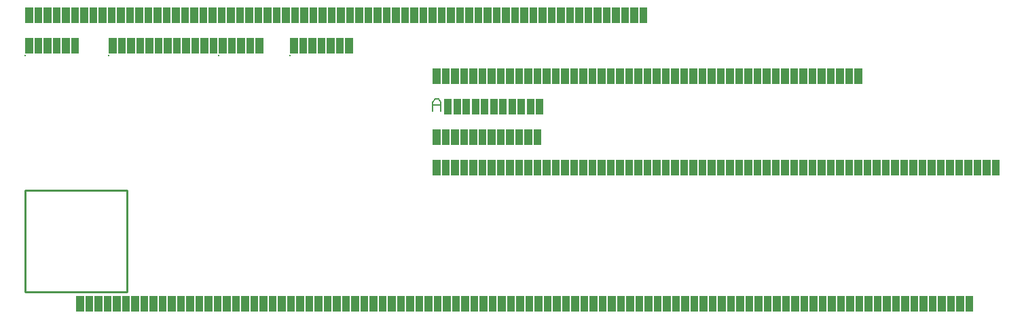
<source format=gbr>
G04 start of page 5 for group -1 layer_idx 268435461 *
G04 Title: text on both sides, <virtual group> *
G04 Creator: <version>
G04 CreationDate: <date>
G04 For: TEST *
G04 Format: Gerber/RS-274X *
G04 PCB-Dimensions: 50000 50000 *
G04 PCB-Coordinate-Origin: lower left *
%MOIN*%
%FSLAX25Y25*%
%LNLOGICAL_VIRTUAL_FAB_NONE*%
%ADD17C,0.0060*%
%ADD16C,0.0100*%
%ADD15C,0.0080*%
%ADD14C,0.0001*%
G54D14*G36*
X0Y125000D02*X3750D01*
Y117500D01*
X0D01*
Y125000D01*
G37*
G36*
X4500D02*X8250D01*
Y117500D01*
X4500D01*
Y125000D01*
G37*
G36*
X9000D02*X12750D01*
Y117500D01*
X9000D01*
Y125000D01*
G37*
G36*
X13500D02*X17250D01*
Y117500D01*
X13500D01*
Y125000D01*
G37*
G36*
X18000D02*X21750D01*
Y117500D01*
X18000D01*
Y125000D01*
G37*
G36*
X22500D02*X26250D01*
Y117500D01*
X22500D01*
Y125000D01*
G37*
G54D15*X0Y116500D03*
G54D14*G36*
X41000Y125000D02*X44750D01*
Y117500D01*
X41000D01*
Y125000D01*
G37*
G36*
X45500D02*X49250D01*
Y117500D01*
X45500D01*
Y125000D01*
G37*
G36*
X50000D02*X53750D01*
Y117500D01*
X50000D01*
Y125000D01*
G37*
G36*
X54500D02*X58250D01*
Y117500D01*
X54500D01*
Y125000D01*
G37*
G36*
X59000D02*X62750D01*
Y117500D01*
X59000D01*
Y125000D01*
G37*
G36*
X63500D02*X67250D01*
Y117500D01*
X63500D01*
Y125000D01*
G37*
G36*
X68000D02*X71750D01*
Y117500D01*
X68000D01*
Y125000D01*
G37*
G36*
X72500D02*X76250D01*
Y117500D01*
X72500D01*
Y125000D01*
G37*
G36*
X77000D02*X80750D01*
Y117500D01*
X77000D01*
Y125000D01*
G37*
G36*
X81500D02*X85250D01*
Y117500D01*
X81500D01*
Y125000D01*
G37*
G36*
X86000D02*X89750D01*
Y117500D01*
X86000D01*
Y125000D01*
G37*
G36*
X90500D02*X94250D01*
Y117500D01*
X90500D01*
Y125000D01*
G37*
G54D15*X41000Y116500D03*
G54D14*G36*
X95000Y125000D02*X98750D01*
Y117500D01*
X95000D01*
Y125000D01*
G37*
G36*
X99500D02*X103250D01*
Y117500D01*
X99500D01*
Y125000D01*
G37*
G36*
X104000D02*X107750D01*
Y117500D01*
X104000D01*
Y125000D01*
G37*
G36*
X108500D02*X112250D01*
Y117500D01*
X108500D01*
Y125000D01*
G37*
G36*
X113000D02*X116750D01*
Y117500D01*
X113000D01*
Y125000D01*
G37*
G54D15*X95000Y116500D03*
G54D14*G36*
X130000Y125000D02*X133750D01*
Y117500D01*
X130000D01*
Y125000D01*
G37*
G36*
X134500D02*X138250D01*
Y117500D01*
X134500D01*
Y125000D01*
G37*
G36*
X139000D02*X142750D01*
Y117500D01*
X139000D01*
Y125000D01*
G37*
G36*
X143500D02*X147250D01*
Y117500D01*
X143500D01*
Y125000D01*
G37*
G36*
X148000D02*X151750D01*
Y117500D01*
X148000D01*
Y125000D01*
G37*
G36*
X152500D02*X156250D01*
Y117500D01*
X152500D01*
Y125000D01*
G37*
G36*
X157000D02*X160750D01*
Y117500D01*
X157000D01*
Y125000D01*
G37*
G54D15*X130000Y116500D03*
G54D14*G36*
X0Y140000D02*X3750D01*
Y132500D01*
X0D01*
Y140000D01*
G37*
G36*
X4500D02*X8250D01*
Y132500D01*
X4500D01*
Y140000D01*
G37*
G36*
X9000D02*X12750D01*
Y132500D01*
X9000D01*
Y140000D01*
G37*
G36*
X13500D02*X17250D01*
Y132500D01*
X13500D01*
Y140000D01*
G37*
G36*
X18000D02*X21750D01*
Y132500D01*
X18000D01*
Y140000D01*
G37*
G36*
X22500D02*X26250D01*
Y132500D01*
X22500D01*
Y140000D01*
G37*
G36*
X27000D02*X30750D01*
Y132500D01*
X27000D01*
Y140000D01*
G37*
G36*
X31500D02*X35250D01*
Y132500D01*
X31500D01*
Y140000D01*
G37*
G36*
X36000D02*X39750D01*
Y132500D01*
X36000D01*
Y140000D01*
G37*
G36*
X40500D02*X44250D01*
Y132500D01*
X40500D01*
Y140000D01*
G37*
G36*
X45000D02*X48750D01*
Y132500D01*
X45000D01*
Y140000D01*
G37*
G36*
X49500D02*X53250D01*
Y132500D01*
X49500D01*
Y140000D01*
G37*
G36*
X54000D02*X57750D01*
Y132500D01*
X54000D01*
Y140000D01*
G37*
G36*
X58500D02*X62250D01*
Y132500D01*
X58500D01*
Y140000D01*
G37*
G36*
X63000D02*X66750D01*
Y132500D01*
X63000D01*
Y140000D01*
G37*
G36*
X67500D02*X71250D01*
Y132500D01*
X67500D01*
Y140000D01*
G37*
G36*
X72000D02*X75750D01*
Y132500D01*
X72000D01*
Y140000D01*
G37*
G36*
X76500D02*X80250D01*
Y132500D01*
X76500D01*
Y140000D01*
G37*
G36*
X81000D02*X84750D01*
Y132500D01*
X81000D01*
Y140000D01*
G37*
G36*
X85500D02*X89250D01*
Y132500D01*
X85500D01*
Y140000D01*
G37*
G36*
X90000D02*X93750D01*
Y132500D01*
X90000D01*
Y140000D01*
G37*
G36*
X94500D02*X98250D01*
Y132500D01*
X94500D01*
Y140000D01*
G37*
G36*
X99000D02*X102750D01*
Y132500D01*
X99000D01*
Y140000D01*
G37*
G36*
X103500D02*X107250D01*
Y132500D01*
X103500D01*
Y140000D01*
G37*
G36*
X108000D02*X111750D01*
Y132500D01*
X108000D01*
Y140000D01*
G37*
G36*
X112500D02*X116250D01*
Y132500D01*
X112500D01*
Y140000D01*
G37*
G36*
X117000D02*X120750D01*
Y132500D01*
X117000D01*
Y140000D01*
G37*
G36*
X121500D02*X125250D01*
Y132500D01*
X121500D01*
Y140000D01*
G37*
G36*
X126000D02*X129750D01*
Y132500D01*
X126000D01*
Y140000D01*
G37*
G36*
X130500D02*X134250D01*
Y132500D01*
X130500D01*
Y140000D01*
G37*
G36*
X135000D02*X138750D01*
Y132500D01*
X135000D01*
Y140000D01*
G37*
G36*
X139500D02*X143250D01*
Y132500D01*
X139500D01*
Y140000D01*
G37*
G36*
X144000D02*X147750D01*
Y132500D01*
X144000D01*
Y140000D01*
G37*
G36*
X148500D02*X152250D01*
Y132500D01*
X148500D01*
Y140000D01*
G37*
G36*
X153000D02*X156750D01*
Y132500D01*
X153000D01*
Y140000D01*
G37*
G36*
X157500D02*X161250D01*
Y132500D01*
X157500D01*
Y140000D01*
G37*
G36*
X162000D02*X165750D01*
Y132500D01*
X162000D01*
Y140000D01*
G37*
G36*
X166500D02*X170250D01*
Y132500D01*
X166500D01*
Y140000D01*
G37*
G36*
X171000D02*X174750D01*
Y132500D01*
X171000D01*
Y140000D01*
G37*
G36*
X175500D02*X179250D01*
Y132500D01*
X175500D01*
Y140000D01*
G37*
G36*
X180000D02*X183750D01*
Y132500D01*
X180000D01*
Y140000D01*
G37*
G36*
X184500D02*X188250D01*
Y132500D01*
X184500D01*
Y140000D01*
G37*
G36*
X189000D02*X192750D01*
Y132500D01*
X189000D01*
Y140000D01*
G37*
G36*
X193500D02*X197250D01*
Y132500D01*
X193500D01*
Y140000D01*
G37*
G36*
X198000D02*X201750D01*
Y132500D01*
X198000D01*
Y140000D01*
G37*
G36*
X202500D02*X206250D01*
Y132500D01*
X202500D01*
Y140000D01*
G37*
G36*
X207000D02*X210750D01*
Y132500D01*
X207000D01*
Y140000D01*
G37*
G36*
X211500D02*X215250D01*
Y132500D01*
X211500D01*
Y140000D01*
G37*
G36*
X216000D02*X219750D01*
Y132500D01*
X216000D01*
Y140000D01*
G37*
G36*
X220500D02*X224250D01*
Y132500D01*
X220500D01*
Y140000D01*
G37*
G36*
X225000D02*X228750D01*
Y132500D01*
X225000D01*
Y140000D01*
G37*
G36*
X229500D02*X233250D01*
Y132500D01*
X229500D01*
Y140000D01*
G37*
G36*
X234000D02*X237750D01*
Y132500D01*
X234000D01*
Y140000D01*
G37*
G36*
X238500D02*X242250D01*
Y132500D01*
X238500D01*
Y140000D01*
G37*
G36*
X243000D02*X246750D01*
Y132500D01*
X243000D01*
Y140000D01*
G37*
G36*
X247500D02*X251250D01*
Y132500D01*
X247500D01*
Y140000D01*
G37*
G36*
X252000D02*X255750D01*
Y132500D01*
X252000D01*
Y140000D01*
G37*
G36*
X256500D02*X260250D01*
Y132500D01*
X256500D01*
Y140000D01*
G37*
G36*
X261000D02*X264750D01*
Y132500D01*
X261000D01*
Y140000D01*
G37*
G36*
X265500D02*X269250D01*
Y132500D01*
X265500D01*
Y140000D01*
G37*
G36*
X270000D02*X273750D01*
Y132500D01*
X270000D01*
Y140000D01*
G37*
G36*
X274500D02*X278250D01*
Y132500D01*
X274500D01*
Y140000D01*
G37*
G36*
X279000D02*X282750D01*
Y132500D01*
X279000D01*
Y140000D01*
G37*
G36*
X283500D02*X287250D01*
Y132500D01*
X283500D01*
Y140000D01*
G37*
G36*
X288000D02*X291750D01*
Y132500D01*
X288000D01*
Y140000D01*
G37*
G36*
X292500D02*X296250D01*
Y132500D01*
X292500D01*
Y140000D01*
G37*
G36*
X297000D02*X300750D01*
Y132500D01*
X297000D01*
Y140000D01*
G37*
G36*
X301500D02*X305250D01*
Y132500D01*
X301500D01*
Y140000D01*
G37*
G54D16*X0Y50000D02*X50000D01*
X0D02*Y0D01*
X50000Y50000D02*Y0D01*
X0D02*X50000D01*
G54D14*G36*
X200000Y65000D02*X203750D01*
Y57500D01*
X200000D01*
Y65000D01*
G37*
G36*
X204500D02*X208250D01*
Y57500D01*
X204500D01*
Y65000D01*
G37*
G36*
X209000D02*X212750D01*
Y57500D01*
X209000D01*
Y65000D01*
G37*
G36*
X213500D02*X217250D01*
Y57500D01*
X213500D01*
Y65000D01*
G37*
G36*
X218000D02*X221750D01*
Y57500D01*
X218000D01*
Y65000D01*
G37*
G36*
X222500D02*X226250D01*
Y57500D01*
X222500D01*
Y65000D01*
G37*
G36*
X227000D02*X230750D01*
Y57500D01*
X227000D01*
Y65000D01*
G37*
G36*
X231500D02*X235250D01*
Y57500D01*
X231500D01*
Y65000D01*
G37*
G36*
X236000D02*X239750D01*
Y57500D01*
X236000D01*
Y65000D01*
G37*
G36*
X240500D02*X244250D01*
Y57500D01*
X240500D01*
Y65000D01*
G37*
G36*
X245000D02*X248750D01*
Y57500D01*
X245000D01*
Y65000D01*
G37*
G36*
X249500D02*X253250D01*
Y57500D01*
X249500D01*
Y65000D01*
G37*
G36*
X254000D02*X257750D01*
Y57500D01*
X254000D01*
Y65000D01*
G37*
G36*
X258500D02*X262250D01*
Y57500D01*
X258500D01*
Y65000D01*
G37*
G36*
X263000D02*X266750D01*
Y57500D01*
X263000D01*
Y65000D01*
G37*
G36*
X267500D02*X271250D01*
Y57500D01*
X267500D01*
Y65000D01*
G37*
G36*
X272000D02*X275750D01*
Y57500D01*
X272000D01*
Y65000D01*
G37*
G36*
X276500D02*X280250D01*
Y57500D01*
X276500D01*
Y65000D01*
G37*
G36*
X281000D02*X284750D01*
Y57500D01*
X281000D01*
Y65000D01*
G37*
G36*
X285500D02*X289250D01*
Y57500D01*
X285500D01*
Y65000D01*
G37*
G36*
X290000D02*X293750D01*
Y57500D01*
X290000D01*
Y65000D01*
G37*
G36*
X294500D02*X298250D01*
Y57500D01*
X294500D01*
Y65000D01*
G37*
G36*
X299000D02*X302750D01*
Y57500D01*
X299000D01*
Y65000D01*
G37*
G36*
X303500D02*X307250D01*
Y57500D01*
X303500D01*
Y65000D01*
G37*
G36*
X308000D02*X311750D01*
Y57500D01*
X308000D01*
Y65000D01*
G37*
G36*
X312500D02*X316250D01*
Y57500D01*
X312500D01*
Y65000D01*
G37*
G36*
X317000D02*X320750D01*
Y57500D01*
X317000D01*
Y65000D01*
G37*
G36*
X321500D02*X325250D01*
Y57500D01*
X321500D01*
Y65000D01*
G37*
G36*
X326000D02*X329750D01*
Y57500D01*
X326000D01*
Y65000D01*
G37*
G36*
X330500D02*X334250D01*
Y57500D01*
X330500D01*
Y65000D01*
G37*
G36*
X335000D02*X338750D01*
Y57500D01*
X335000D01*
Y65000D01*
G37*
G36*
X339500D02*X343250D01*
Y57500D01*
X339500D01*
Y65000D01*
G37*
G36*
X344000D02*X347750D01*
Y57500D01*
X344000D01*
Y65000D01*
G37*
G36*
X348500D02*X352250D01*
Y57500D01*
X348500D01*
Y65000D01*
G37*
G36*
X353000D02*X356750D01*
Y57500D01*
X353000D01*
Y65000D01*
G37*
G36*
X357500D02*X361250D01*
Y57500D01*
X357500D01*
Y65000D01*
G37*
G36*
X362000D02*X365750D01*
Y57500D01*
X362000D01*
Y65000D01*
G37*
G36*
X366500D02*X370250D01*
Y57500D01*
X366500D01*
Y65000D01*
G37*
G36*
X371000D02*X374750D01*
Y57500D01*
X371000D01*
Y65000D01*
G37*
G36*
X375500D02*X379250D01*
Y57500D01*
X375500D01*
Y65000D01*
G37*
G36*
X380000D02*X383750D01*
Y57500D01*
X380000D01*
Y65000D01*
G37*
G36*
X384500D02*X388250D01*
Y57500D01*
X384500D01*
Y65000D01*
G37*
G36*
X389000D02*X392750D01*
Y57500D01*
X389000D01*
Y65000D01*
G37*
G36*
X393500D02*X397250D01*
Y57500D01*
X393500D01*
Y65000D01*
G37*
G36*
X398000D02*X401750D01*
Y57500D01*
X398000D01*
Y65000D01*
G37*
G36*
X402500D02*X406250D01*
Y57500D01*
X402500D01*
Y65000D01*
G37*
G36*
X407000D02*X410750D01*
Y57500D01*
X407000D01*
Y65000D01*
G37*
G36*
X411500D02*X415250D01*
Y57500D01*
X411500D01*
Y65000D01*
G37*
G36*
X416000D02*X419750D01*
Y57500D01*
X416000D01*
Y65000D01*
G37*
G36*
X420500D02*X424250D01*
Y57500D01*
X420500D01*
Y65000D01*
G37*
G36*
X425000D02*X428750D01*
Y57500D01*
X425000D01*
Y65000D01*
G37*
G36*
X429500D02*X433250D01*
Y57500D01*
X429500D01*
Y65000D01*
G37*
G36*
X434000D02*X437750D01*
Y57500D01*
X434000D01*
Y65000D01*
G37*
G36*
X438500D02*X442250D01*
Y57500D01*
X438500D01*
Y65000D01*
G37*
G36*
X443000D02*X446750D01*
Y57500D01*
X443000D01*
Y65000D01*
G37*
G36*
X447500D02*X451250D01*
Y57500D01*
X447500D01*
Y65000D01*
G37*
G36*
X452000D02*X455750D01*
Y57500D01*
X452000D01*
Y65000D01*
G37*
G36*
X456500D02*X460250D01*
Y57500D01*
X456500D01*
Y65000D01*
G37*
G36*
X461000D02*X464750D01*
Y57500D01*
X461000D01*
Y65000D01*
G37*
G36*
X465500D02*X469250D01*
Y57500D01*
X465500D01*
Y65000D01*
G37*
G36*
X470000D02*X473750D01*
Y57500D01*
X470000D01*
Y65000D01*
G37*
G36*
X474500D02*X478250D01*
Y57500D01*
X474500D01*
Y65000D01*
G37*
G36*
X25000Y-2000D02*X28750D01*
Y-9500D01*
X25000D01*
Y-2000D01*
G37*
G36*
X29500D02*X33250D01*
Y-9500D01*
X29500D01*
Y-2000D01*
G37*
G36*
X34000D02*X37750D01*
Y-9500D01*
X34000D01*
Y-2000D01*
G37*
G36*
X38500D02*X42250D01*
Y-9500D01*
X38500D01*
Y-2000D01*
G37*
G36*
X43000D02*X46750D01*
Y-9500D01*
X43000D01*
Y-2000D01*
G37*
G36*
X47500D02*X51250D01*
Y-9500D01*
X47500D01*
Y-2000D01*
G37*
G36*
X52000D02*X55750D01*
Y-9500D01*
X52000D01*
Y-2000D01*
G37*
G36*
X56500D02*X60250D01*
Y-9500D01*
X56500D01*
Y-2000D01*
G37*
G36*
X61000D02*X64750D01*
Y-9500D01*
X61000D01*
Y-2000D01*
G37*
G36*
X65500D02*X69250D01*
Y-9500D01*
X65500D01*
Y-2000D01*
G37*
G36*
X70000D02*X73750D01*
Y-9500D01*
X70000D01*
Y-2000D01*
G37*
G36*
X74500D02*X78250D01*
Y-9500D01*
X74500D01*
Y-2000D01*
G37*
G36*
X79000D02*X82750D01*
Y-9500D01*
X79000D01*
Y-2000D01*
G37*
G36*
X83500D02*X87250D01*
Y-9500D01*
X83500D01*
Y-2000D01*
G37*
G36*
X88000D02*X91750D01*
Y-9500D01*
X88000D01*
Y-2000D01*
G37*
G36*
X92500D02*X96250D01*
Y-9500D01*
X92500D01*
Y-2000D01*
G37*
G36*
X97000D02*X100750D01*
Y-9500D01*
X97000D01*
Y-2000D01*
G37*
G36*
X101500D02*X105250D01*
Y-9500D01*
X101500D01*
Y-2000D01*
G37*
G36*
X106000D02*X109750D01*
Y-9500D01*
X106000D01*
Y-2000D01*
G37*
G36*
X110500D02*X114250D01*
Y-9500D01*
X110500D01*
Y-2000D01*
G37*
G36*
X115000D02*X118750D01*
Y-9500D01*
X115000D01*
Y-2000D01*
G37*
G36*
X119500D02*X123250D01*
Y-9500D01*
X119500D01*
Y-2000D01*
G37*
G36*
X124000D02*X127750D01*
Y-9500D01*
X124000D01*
Y-2000D01*
G37*
G36*
X128500D02*X132250D01*
Y-9500D01*
X128500D01*
Y-2000D01*
G37*
G36*
X133000D02*X136750D01*
Y-9500D01*
X133000D01*
Y-2000D01*
G37*
G36*
X137500D02*X141250D01*
Y-9500D01*
X137500D01*
Y-2000D01*
G37*
G36*
X142000D02*X145750D01*
Y-9500D01*
X142000D01*
Y-2000D01*
G37*
G36*
X146500D02*X150250D01*
Y-9500D01*
X146500D01*
Y-2000D01*
G37*
G36*
X151000D02*X154750D01*
Y-9500D01*
X151000D01*
Y-2000D01*
G37*
G36*
X155500D02*X159250D01*
Y-9500D01*
X155500D01*
Y-2000D01*
G37*
G36*
X160000D02*X163750D01*
Y-9500D01*
X160000D01*
Y-2000D01*
G37*
G36*
X164500D02*X168250D01*
Y-9500D01*
X164500D01*
Y-2000D01*
G37*
G36*
X169000D02*X172750D01*
Y-9500D01*
X169000D01*
Y-2000D01*
G37*
G36*
X173500D02*X177250D01*
Y-9500D01*
X173500D01*
Y-2000D01*
G37*
G36*
X178000D02*X181750D01*
Y-9500D01*
X178000D01*
Y-2000D01*
G37*
G36*
X182500D02*X186250D01*
Y-9500D01*
X182500D01*
Y-2000D01*
G37*
G36*
X187000D02*X190750D01*
Y-9500D01*
X187000D01*
Y-2000D01*
G37*
G36*
X191500D02*X195250D01*
Y-9500D01*
X191500D01*
Y-2000D01*
G37*
G36*
X196000D02*X199750D01*
Y-9500D01*
X196000D01*
Y-2000D01*
G37*
G36*
X200500D02*X204250D01*
Y-9500D01*
X200500D01*
Y-2000D01*
G37*
G36*
X205000D02*X208750D01*
Y-9500D01*
X205000D01*
Y-2000D01*
G37*
G36*
X209500D02*X213250D01*
Y-9500D01*
X209500D01*
Y-2000D01*
G37*
G36*
X214000D02*X217750D01*
Y-9500D01*
X214000D01*
Y-2000D01*
G37*
G36*
X218500D02*X222250D01*
Y-9500D01*
X218500D01*
Y-2000D01*
G37*
G36*
X223000D02*X226750D01*
Y-9500D01*
X223000D01*
Y-2000D01*
G37*
G36*
X227500D02*X231250D01*
Y-9500D01*
X227500D01*
Y-2000D01*
G37*
G36*
X232000D02*X235750D01*
Y-9500D01*
X232000D01*
Y-2000D01*
G37*
G36*
X236500D02*X240250D01*
Y-9500D01*
X236500D01*
Y-2000D01*
G37*
G36*
X241000D02*X244750D01*
Y-9500D01*
X241000D01*
Y-2000D01*
G37*
G36*
X245500D02*X249250D01*
Y-9500D01*
X245500D01*
Y-2000D01*
G37*
G36*
X250000D02*X253750D01*
Y-9500D01*
X250000D01*
Y-2000D01*
G37*
G36*
X254500D02*X258250D01*
Y-9500D01*
X254500D01*
Y-2000D01*
G37*
G36*
X259000D02*X262750D01*
Y-9500D01*
X259000D01*
Y-2000D01*
G37*
G36*
X263500D02*X267250D01*
Y-9500D01*
X263500D01*
Y-2000D01*
G37*
G36*
X268000D02*X271750D01*
Y-9500D01*
X268000D01*
Y-2000D01*
G37*
G36*
X272500D02*X276250D01*
Y-9500D01*
X272500D01*
Y-2000D01*
G37*
G36*
X277000D02*X280750D01*
Y-9500D01*
X277000D01*
Y-2000D01*
G37*
G36*
X281500D02*X285250D01*
Y-9500D01*
X281500D01*
Y-2000D01*
G37*
G36*
X286000D02*X289750D01*
Y-9500D01*
X286000D01*
Y-2000D01*
G37*
G36*
X290500D02*X294250D01*
Y-9500D01*
X290500D01*
Y-2000D01*
G37*
G36*
X295000D02*X298750D01*
Y-9500D01*
X295000D01*
Y-2000D01*
G37*
G36*
X299500D02*X303250D01*
Y-9500D01*
X299500D01*
Y-2000D01*
G37*
G36*
X304000D02*X307750D01*
Y-9500D01*
X304000D01*
Y-2000D01*
G37*
G36*
X308500D02*X312250D01*
Y-9500D01*
X308500D01*
Y-2000D01*
G37*
G36*
X313000D02*X316750D01*
Y-9500D01*
X313000D01*
Y-2000D01*
G37*
G36*
X317500D02*X321250D01*
Y-9500D01*
X317500D01*
Y-2000D01*
G37*
G36*
X322000D02*X325750D01*
Y-9500D01*
X322000D01*
Y-2000D01*
G37*
G36*
X326500D02*X330250D01*
Y-9500D01*
X326500D01*
Y-2000D01*
G37*
G36*
X331000D02*X334750D01*
Y-9500D01*
X331000D01*
Y-2000D01*
G37*
G36*
X335500D02*X339250D01*
Y-9500D01*
X335500D01*
Y-2000D01*
G37*
G36*
X340000D02*X343750D01*
Y-9500D01*
X340000D01*
Y-2000D01*
G37*
G36*
X344500D02*X348250D01*
Y-9500D01*
X344500D01*
Y-2000D01*
G37*
G36*
X349000D02*X352750D01*
Y-9500D01*
X349000D01*
Y-2000D01*
G37*
G36*
X353500D02*X357250D01*
Y-9500D01*
X353500D01*
Y-2000D01*
G37*
G36*
X358000D02*X361750D01*
Y-9500D01*
X358000D01*
Y-2000D01*
G37*
G36*
X362500D02*X366250D01*
Y-9500D01*
X362500D01*
Y-2000D01*
G37*
G36*
X367000D02*X370750D01*
Y-9500D01*
X367000D01*
Y-2000D01*
G37*
G36*
X371500D02*X375250D01*
Y-9500D01*
X371500D01*
Y-2000D01*
G37*
G36*
X376000D02*X379750D01*
Y-9500D01*
X376000D01*
Y-2000D01*
G37*
G36*
X380500D02*X384250D01*
Y-9500D01*
X380500D01*
Y-2000D01*
G37*
G36*
X385000D02*X388750D01*
Y-9500D01*
X385000D01*
Y-2000D01*
G37*
G36*
X389500D02*X393250D01*
Y-9500D01*
X389500D01*
Y-2000D01*
G37*
G36*
X394000D02*X397750D01*
Y-9500D01*
X394000D01*
Y-2000D01*
G37*
G36*
X398500D02*X402250D01*
Y-9500D01*
X398500D01*
Y-2000D01*
G37*
G36*
X403000D02*X406751D01*
Y-9500D01*
X403000D01*
Y-2000D01*
G37*
G36*
X407501D02*X411251D01*
Y-9500D01*
X407501D01*
Y-2000D01*
G37*
G36*
X412001D02*X415751D01*
Y-9500D01*
X412001D01*
Y-2000D01*
G37*
G36*
X416501D02*X420251D01*
Y-9500D01*
X416501D01*
Y-2000D01*
G37*
G36*
X421001D02*X424751D01*
Y-9500D01*
X421001D01*
Y-2000D01*
G37*
G36*
X425501D02*X429251D01*
Y-9500D01*
X425501D01*
Y-2000D01*
G37*
G36*
X430001D02*X433751D01*
Y-9500D01*
X430001D01*
Y-2000D01*
G37*
G36*
X434501D02*X438251D01*
Y-9500D01*
X434501D01*
Y-2000D01*
G37*
G36*
X439001D02*X442751D01*
Y-9500D01*
X439001D01*
Y-2000D01*
G37*
G36*
X443501D02*X447251D01*
Y-9500D01*
X443501D01*
Y-2000D01*
G37*
G36*
X448001D02*X451751D01*
Y-9500D01*
X448001D01*
Y-2000D01*
G37*
G36*
X452501D02*X456251D01*
Y-9500D01*
X452501D01*
Y-2000D01*
G37*
G36*
X457001D02*X460751D01*
Y-9500D01*
X457001D01*
Y-2000D01*
G37*
G36*
X461501D02*X465251D01*
Y-9500D01*
X461501D01*
Y-2000D01*
G37*
G36*
X200000Y80000D02*X203750D01*
Y72500D01*
X200000D01*
Y80000D01*
G37*
G36*
X204500D02*X208250D01*
Y72500D01*
X204500D01*
Y80000D01*
G37*
G36*
X209000D02*X212750D01*
Y72500D01*
X209000D01*
Y80000D01*
G37*
G36*
X213500D02*X217250D01*
Y72500D01*
X213500D01*
Y80000D01*
G37*
G36*
X218000D02*X221750D01*
Y72500D01*
X218000D01*
Y80000D01*
G37*
G36*
X222500D02*X226250D01*
Y72500D01*
X222500D01*
Y80000D01*
G37*
G36*
X227000D02*X230750D01*
Y72500D01*
X227000D01*
Y80000D01*
G37*
G36*
X231500D02*X235250D01*
Y72500D01*
X231500D01*
Y80000D01*
G37*
G36*
X236000D02*X239750D01*
Y72500D01*
X236000D01*
Y80000D01*
G37*
G36*
X240500D02*X244250D01*
Y72500D01*
X240500D01*
Y80000D01*
G37*
G36*
X245000D02*X248750D01*
Y72500D01*
X245000D01*
Y80000D01*
G37*
G36*
X249500D02*X253250D01*
Y72500D01*
X249500D01*
Y80000D01*
G37*
G54D17*X200000Y93500D02*Y89000D01*
Y93500D02*X201050Y95000D01*
X202700D01*
X203750Y93500D01*
Y89000D01*
X200000Y92000D02*X203750D01*
G54D14*G36*
X205550Y95000D02*X209300D01*
Y87500D01*
X205550D01*
Y95000D01*
G37*
G36*
X210050D02*X213800D01*
Y87500D01*
X210050D01*
Y95000D01*
G37*
G36*
X214550D02*X218300D01*
Y87500D01*
X214550D01*
Y95000D01*
G37*
G36*
X219050D02*X222800D01*
Y87500D01*
X219050D01*
Y95000D01*
G37*
G36*
X223550D02*X227300D01*
Y87500D01*
X223550D01*
Y95000D01*
G37*
G36*
X228050D02*X231800D01*
Y87500D01*
X228050D01*
Y95000D01*
G37*
G36*
X232550D02*X236300D01*
Y87500D01*
X232550D01*
Y95000D01*
G37*
G36*
X237050D02*X240800D01*
Y87500D01*
X237050D01*
Y95000D01*
G37*
G36*
X241550D02*X245300D01*
Y87500D01*
X241550D01*
Y95000D01*
G37*
G36*
X246050D02*X249800D01*
Y87500D01*
X246050D01*
Y95000D01*
G37*
G36*
X250550D02*X254300D01*
Y87500D01*
X250550D01*
Y95000D01*
G37*
G36*
X200000Y110000D02*X203750D01*
Y102500D01*
X200000D01*
Y110000D01*
G37*
G36*
X204500D02*X208250D01*
Y102500D01*
X204500D01*
Y110000D01*
G37*
G36*
X209000D02*X212750D01*
Y102500D01*
X209000D01*
Y110000D01*
G37*
G36*
X213500D02*X217250D01*
Y102500D01*
X213500D01*
Y110000D01*
G37*
G36*
X218000D02*X221750D01*
Y102500D01*
X218000D01*
Y110000D01*
G37*
G36*
X222500D02*X226250D01*
Y102500D01*
X222500D01*
Y110000D01*
G37*
G36*
X227000D02*X230750D01*
Y102500D01*
X227000D01*
Y110000D01*
G37*
G36*
X231500D02*X235250D01*
Y102500D01*
X231500D01*
Y110000D01*
G37*
G36*
X236000D02*X239750D01*
Y102500D01*
X236000D01*
Y110000D01*
G37*
G36*
X240500D02*X244250D01*
Y102500D01*
X240500D01*
Y110000D01*
G37*
G36*
X245000D02*X248750D01*
Y102500D01*
X245000D01*
Y110000D01*
G37*
G36*
X249500D02*X253250D01*
Y102500D01*
X249500D01*
Y110000D01*
G37*
G36*
X254000D02*X257750D01*
Y102500D01*
X254000D01*
Y110000D01*
G37*
G36*
X258500D02*X262250D01*
Y102500D01*
X258500D01*
Y110000D01*
G37*
G36*
X263000D02*X266750D01*
Y102500D01*
X263000D01*
Y110000D01*
G37*
G36*
X267500D02*X271250D01*
Y102500D01*
X267500D01*
Y110000D01*
G37*
G36*
X272000D02*X275750D01*
Y102500D01*
X272000D01*
Y110000D01*
G37*
G36*
X276500D02*X280250D01*
Y102500D01*
X276500D01*
Y110000D01*
G37*
G36*
X281000D02*X284750D01*
Y102500D01*
X281000D01*
Y110000D01*
G37*
G36*
X285500D02*X289250D01*
Y102500D01*
X285500D01*
Y110000D01*
G37*
G36*
X290000D02*X293750D01*
Y102500D01*
X290000D01*
Y110000D01*
G37*
G36*
X294500D02*X298250D01*
Y102500D01*
X294500D01*
Y110000D01*
G37*
G36*
X299000D02*X302750D01*
Y102500D01*
X299000D01*
Y110000D01*
G37*
G36*
X303500D02*X307250D01*
Y102500D01*
X303500D01*
Y110000D01*
G37*
G36*
X308000D02*X311750D01*
Y102500D01*
X308000D01*
Y110000D01*
G37*
G36*
X312500D02*X316250D01*
Y102500D01*
X312500D01*
Y110000D01*
G37*
G36*
X317000D02*X320750D01*
Y102500D01*
X317000D01*
Y110000D01*
G37*
G36*
X321500D02*X325250D01*
Y102500D01*
X321500D01*
Y110000D01*
G37*
G36*
X326000D02*X329750D01*
Y102500D01*
X326000D01*
Y110000D01*
G37*
G36*
X330500D02*X334250D01*
Y102500D01*
X330500D01*
Y110000D01*
G37*
G36*
X335000D02*X338750D01*
Y102500D01*
X335000D01*
Y110000D01*
G37*
G36*
X339500D02*X343250D01*
Y102500D01*
X339500D01*
Y110000D01*
G37*
G36*
X344000D02*X347750D01*
Y102500D01*
X344000D01*
Y110000D01*
G37*
G36*
X348500D02*X352250D01*
Y102500D01*
X348500D01*
Y110000D01*
G37*
G36*
X353000D02*X356750D01*
Y102500D01*
X353000D01*
Y110000D01*
G37*
G36*
X357500D02*X361250D01*
Y102500D01*
X357500D01*
Y110000D01*
G37*
G36*
X362000D02*X365750D01*
Y102500D01*
X362000D01*
Y110000D01*
G37*
G36*
X366500D02*X370250D01*
Y102500D01*
X366500D01*
Y110000D01*
G37*
G36*
X371000D02*X374750D01*
Y102500D01*
X371000D01*
Y110000D01*
G37*
G36*
X375500D02*X379250D01*
Y102500D01*
X375500D01*
Y110000D01*
G37*
G36*
X380000D02*X383750D01*
Y102500D01*
X380000D01*
Y110000D01*
G37*
G36*
X384500D02*X388250D01*
Y102500D01*
X384500D01*
Y110000D01*
G37*
G36*
X389000D02*X392750D01*
Y102500D01*
X389000D01*
Y110000D01*
G37*
G36*
X393500D02*X397250D01*
Y102500D01*
X393500D01*
Y110000D01*
G37*
G36*
X398000D02*X401750D01*
Y102500D01*
X398000D01*
Y110000D01*
G37*
G36*
X402500D02*X406250D01*
Y102500D01*
X402500D01*
Y110000D01*
G37*
G36*
X407000D02*X410750D01*
Y102500D01*
X407000D01*
Y110000D01*
G37*
M02*

</source>
